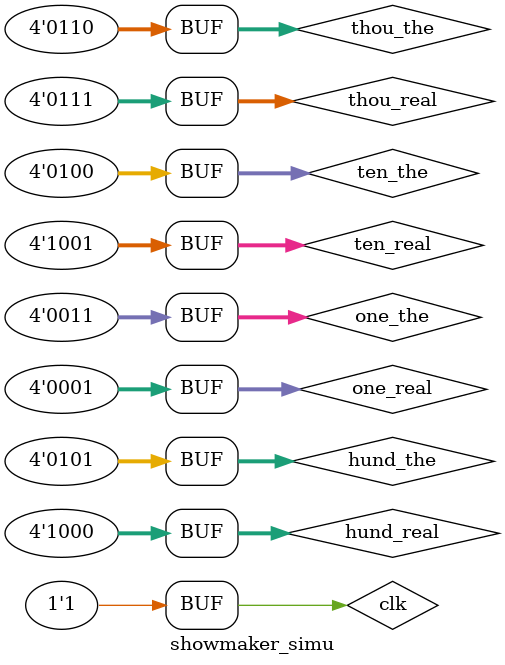
<source format=v>
`timescale 1ns / 1ps
module showmaker_simu;
reg clk;//Ê±ÖÓÐÅºÅ
reg [3:0] thou_the;
reg [3:0] hund_the;
reg [3:0] ten_the;
reg [3:0] one_the;
reg [3:0] thou_real;
reg [3:0] hund_real;
reg [3:0] ten_real;
reg [3:0] one_real;
wire [3:0] dis_the4;//ÀíÂÛÖµÏÔÊ¾Î»
wire [3:0] dis_real4; //Êµ¼ÊÖµÏÔÊ¾Î»
wire [13:0] dis_all;
showmaker u0(
.clk(clk), //Ê±ÖÓÐÅºÅ
.thou_the(thou_the),
.hund_the(hund_the),
.ten_the(ten_the),
.one_the(one_the),
.thou_real(thou_real),
.hund_real(hund_real),
.ten_real(ten_real),
.one_real(one_real),
.dis_the4(dis_the4),//ÀíÂÛÖµÏÔÊ¾
.dis_real4(dis_real4), //Êµ¼ÊÖµÏÔÊ¾
.dis_all(dis_all)
);
initial
begin
clk<=1'b1;
 thou_the<=4'd6;
 hund_the<=4'd5;
 ten_the<=4'd4;
 one_the<=4'd3;
 thou_real<=4'd7;
 hund_real<=4'd8;
 ten_real<=4'd9;
 one_real<=4'd1;
end
always begin
#10 clk=1'b0;
#10 clk=1'b1;
end
endmodule

</source>
